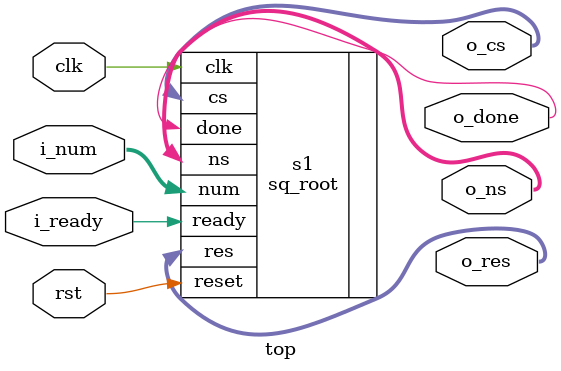
<source format=sv>
`include "sq_root.sv"
module top (
    output reg [15:0] o_res,output reg o_done,output reg [3:0] o_cs,o_ns,
    input [15:0] i_num,input clk,rst,i_ready
);

    sq_root s1(
    .res(o_res),.done(o_done),.cs(o_cs),.ns(o_ns),
    .num(i_num),.clk(clk),.reset(rst),.ready(i_ready)
    );

    initial begin
        $dumpfile("dump.vcd");
        $dumpvars(0,top);
    end

endmodule
</source>
